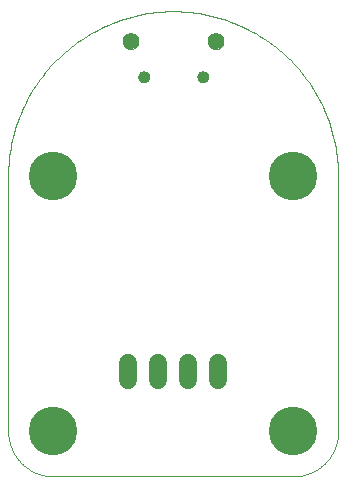
<source format=gbs>
G75*
%MOIN*%
%OFA0B0*%
%FSLAX25Y25*%
%IPPOS*%
%LPD*%
%AMOC8*
5,1,8,0,0,1.08239X$1,22.5*
%
%ADD10C,0.00000*%
%ADD11C,0.05518*%
%ADD12C,0.03943*%
%ADD13C,0.05943*%
%ADD14C,0.16211*%
D10*
X0021800Y0019006D02*
X0101800Y0019006D01*
X0102162Y0019010D01*
X0102525Y0019024D01*
X0102887Y0019045D01*
X0103248Y0019076D01*
X0103608Y0019115D01*
X0103967Y0019163D01*
X0104325Y0019220D01*
X0104682Y0019285D01*
X0105037Y0019359D01*
X0105390Y0019442D01*
X0105741Y0019533D01*
X0106089Y0019632D01*
X0106435Y0019740D01*
X0106779Y0019856D01*
X0107119Y0019981D01*
X0107456Y0020113D01*
X0107790Y0020254D01*
X0108121Y0020403D01*
X0108448Y0020560D01*
X0108771Y0020724D01*
X0109090Y0020896D01*
X0109404Y0021076D01*
X0109715Y0021264D01*
X0110020Y0021459D01*
X0110321Y0021661D01*
X0110617Y0021871D01*
X0110907Y0022087D01*
X0111193Y0022311D01*
X0111473Y0022541D01*
X0111747Y0022778D01*
X0112015Y0023022D01*
X0112278Y0023272D01*
X0112534Y0023528D01*
X0112784Y0023791D01*
X0113028Y0024059D01*
X0113265Y0024333D01*
X0113495Y0024613D01*
X0113719Y0024899D01*
X0113935Y0025189D01*
X0114145Y0025485D01*
X0114347Y0025786D01*
X0114542Y0026091D01*
X0114730Y0026402D01*
X0114910Y0026716D01*
X0115082Y0027035D01*
X0115246Y0027358D01*
X0115403Y0027685D01*
X0115552Y0028016D01*
X0115693Y0028350D01*
X0115825Y0028687D01*
X0115950Y0029027D01*
X0116066Y0029371D01*
X0116174Y0029717D01*
X0116273Y0030065D01*
X0116364Y0030416D01*
X0116447Y0030769D01*
X0116521Y0031124D01*
X0116586Y0031481D01*
X0116643Y0031839D01*
X0116691Y0032198D01*
X0116730Y0032558D01*
X0116761Y0032919D01*
X0116782Y0033281D01*
X0116796Y0033644D01*
X0116800Y0034006D01*
X0116800Y0119006D01*
X0073414Y0164006D02*
X0073416Y0164107D01*
X0073422Y0164208D01*
X0073432Y0164309D01*
X0073446Y0164409D01*
X0073464Y0164508D01*
X0073486Y0164607D01*
X0073511Y0164705D01*
X0073541Y0164802D01*
X0073574Y0164897D01*
X0073611Y0164991D01*
X0073652Y0165084D01*
X0073696Y0165175D01*
X0073744Y0165264D01*
X0073796Y0165351D01*
X0073851Y0165436D01*
X0073909Y0165518D01*
X0073970Y0165599D01*
X0074035Y0165677D01*
X0074102Y0165752D01*
X0074172Y0165824D01*
X0074246Y0165894D01*
X0074322Y0165961D01*
X0074400Y0166025D01*
X0074481Y0166085D01*
X0074564Y0166142D01*
X0074650Y0166196D01*
X0074738Y0166247D01*
X0074827Y0166294D01*
X0074918Y0166338D01*
X0075011Y0166377D01*
X0075106Y0166414D01*
X0075201Y0166446D01*
X0075298Y0166475D01*
X0075397Y0166499D01*
X0075495Y0166520D01*
X0075595Y0166537D01*
X0075695Y0166550D01*
X0075796Y0166559D01*
X0075897Y0166564D01*
X0075998Y0166565D01*
X0076099Y0166562D01*
X0076200Y0166555D01*
X0076301Y0166544D01*
X0076401Y0166529D01*
X0076500Y0166510D01*
X0076599Y0166487D01*
X0076696Y0166461D01*
X0076793Y0166430D01*
X0076888Y0166396D01*
X0076981Y0166358D01*
X0077074Y0166316D01*
X0077164Y0166271D01*
X0077253Y0166222D01*
X0077339Y0166170D01*
X0077423Y0166114D01*
X0077506Y0166055D01*
X0077585Y0165993D01*
X0077663Y0165928D01*
X0077737Y0165860D01*
X0077809Y0165788D01*
X0077878Y0165715D01*
X0077944Y0165638D01*
X0078007Y0165559D01*
X0078067Y0165477D01*
X0078123Y0165393D01*
X0078176Y0165307D01*
X0078226Y0165219D01*
X0078272Y0165129D01*
X0078315Y0165038D01*
X0078354Y0164944D01*
X0078389Y0164849D01*
X0078420Y0164753D01*
X0078448Y0164656D01*
X0078472Y0164558D01*
X0078492Y0164459D01*
X0078508Y0164359D01*
X0078520Y0164258D01*
X0078528Y0164158D01*
X0078532Y0164057D01*
X0078532Y0163955D01*
X0078528Y0163854D01*
X0078520Y0163754D01*
X0078508Y0163653D01*
X0078492Y0163553D01*
X0078472Y0163454D01*
X0078448Y0163356D01*
X0078420Y0163259D01*
X0078389Y0163163D01*
X0078354Y0163068D01*
X0078315Y0162974D01*
X0078272Y0162883D01*
X0078226Y0162793D01*
X0078176Y0162705D01*
X0078123Y0162619D01*
X0078067Y0162535D01*
X0078007Y0162453D01*
X0077944Y0162374D01*
X0077878Y0162297D01*
X0077809Y0162224D01*
X0077737Y0162152D01*
X0077663Y0162084D01*
X0077585Y0162019D01*
X0077506Y0161957D01*
X0077423Y0161898D01*
X0077339Y0161842D01*
X0077252Y0161790D01*
X0077164Y0161741D01*
X0077074Y0161696D01*
X0076981Y0161654D01*
X0076888Y0161616D01*
X0076793Y0161582D01*
X0076696Y0161551D01*
X0076599Y0161525D01*
X0076500Y0161502D01*
X0076401Y0161483D01*
X0076301Y0161468D01*
X0076200Y0161457D01*
X0076099Y0161450D01*
X0075998Y0161447D01*
X0075897Y0161448D01*
X0075796Y0161453D01*
X0075695Y0161462D01*
X0075595Y0161475D01*
X0075495Y0161492D01*
X0075397Y0161513D01*
X0075298Y0161537D01*
X0075201Y0161566D01*
X0075106Y0161598D01*
X0075011Y0161635D01*
X0074918Y0161674D01*
X0074827Y0161718D01*
X0074738Y0161765D01*
X0074650Y0161816D01*
X0074564Y0161870D01*
X0074481Y0161927D01*
X0074400Y0161987D01*
X0074322Y0162051D01*
X0074246Y0162118D01*
X0074172Y0162188D01*
X0074102Y0162260D01*
X0074035Y0162335D01*
X0073970Y0162413D01*
X0073909Y0162494D01*
X0073851Y0162576D01*
X0073796Y0162661D01*
X0073744Y0162748D01*
X0073696Y0162837D01*
X0073652Y0162928D01*
X0073611Y0163021D01*
X0073574Y0163115D01*
X0073541Y0163210D01*
X0073511Y0163307D01*
X0073486Y0163405D01*
X0073464Y0163504D01*
X0073446Y0163603D01*
X0073432Y0163703D01*
X0073422Y0163804D01*
X0073416Y0163905D01*
X0073414Y0164006D01*
X0069871Y0152195D02*
X0069873Y0152279D01*
X0069879Y0152362D01*
X0069889Y0152445D01*
X0069903Y0152528D01*
X0069920Y0152610D01*
X0069942Y0152691D01*
X0069967Y0152770D01*
X0069996Y0152849D01*
X0070029Y0152926D01*
X0070065Y0153001D01*
X0070105Y0153075D01*
X0070148Y0153147D01*
X0070195Y0153216D01*
X0070245Y0153283D01*
X0070298Y0153348D01*
X0070354Y0153410D01*
X0070412Y0153470D01*
X0070474Y0153527D01*
X0070538Y0153580D01*
X0070605Y0153631D01*
X0070674Y0153678D01*
X0070745Y0153723D01*
X0070818Y0153763D01*
X0070893Y0153800D01*
X0070970Y0153834D01*
X0071048Y0153864D01*
X0071127Y0153890D01*
X0071208Y0153913D01*
X0071290Y0153931D01*
X0071372Y0153946D01*
X0071455Y0153957D01*
X0071538Y0153964D01*
X0071622Y0153967D01*
X0071706Y0153966D01*
X0071789Y0153961D01*
X0071873Y0153952D01*
X0071955Y0153939D01*
X0072037Y0153923D01*
X0072118Y0153902D01*
X0072199Y0153878D01*
X0072277Y0153850D01*
X0072355Y0153818D01*
X0072431Y0153782D01*
X0072505Y0153743D01*
X0072577Y0153701D01*
X0072647Y0153655D01*
X0072715Y0153606D01*
X0072780Y0153554D01*
X0072843Y0153499D01*
X0072903Y0153441D01*
X0072961Y0153380D01*
X0073015Y0153316D01*
X0073067Y0153250D01*
X0073115Y0153182D01*
X0073160Y0153111D01*
X0073201Y0153038D01*
X0073240Y0152964D01*
X0073274Y0152888D01*
X0073305Y0152810D01*
X0073332Y0152731D01*
X0073356Y0152650D01*
X0073375Y0152569D01*
X0073391Y0152487D01*
X0073403Y0152404D01*
X0073411Y0152320D01*
X0073415Y0152237D01*
X0073415Y0152153D01*
X0073411Y0152070D01*
X0073403Y0151986D01*
X0073391Y0151903D01*
X0073375Y0151821D01*
X0073356Y0151740D01*
X0073332Y0151659D01*
X0073305Y0151580D01*
X0073274Y0151502D01*
X0073240Y0151426D01*
X0073201Y0151352D01*
X0073160Y0151279D01*
X0073115Y0151208D01*
X0073067Y0151140D01*
X0073015Y0151074D01*
X0072961Y0151010D01*
X0072903Y0150949D01*
X0072843Y0150891D01*
X0072780Y0150836D01*
X0072715Y0150784D01*
X0072647Y0150735D01*
X0072577Y0150689D01*
X0072505Y0150647D01*
X0072431Y0150608D01*
X0072355Y0150572D01*
X0072277Y0150540D01*
X0072199Y0150512D01*
X0072118Y0150488D01*
X0072037Y0150467D01*
X0071955Y0150451D01*
X0071873Y0150438D01*
X0071789Y0150429D01*
X0071706Y0150424D01*
X0071622Y0150423D01*
X0071538Y0150426D01*
X0071455Y0150433D01*
X0071372Y0150444D01*
X0071290Y0150459D01*
X0071208Y0150477D01*
X0071127Y0150500D01*
X0071048Y0150526D01*
X0070970Y0150556D01*
X0070893Y0150590D01*
X0070818Y0150627D01*
X0070745Y0150667D01*
X0070674Y0150712D01*
X0070605Y0150759D01*
X0070538Y0150810D01*
X0070474Y0150863D01*
X0070412Y0150920D01*
X0070354Y0150980D01*
X0070298Y0151042D01*
X0070245Y0151107D01*
X0070195Y0151174D01*
X0070148Y0151243D01*
X0070105Y0151315D01*
X0070065Y0151389D01*
X0070029Y0151464D01*
X0069996Y0151541D01*
X0069967Y0151620D01*
X0069942Y0151699D01*
X0069920Y0151780D01*
X0069903Y0151862D01*
X0069889Y0151945D01*
X0069879Y0152028D01*
X0069873Y0152111D01*
X0069871Y0152195D01*
X0050185Y0152195D02*
X0050187Y0152279D01*
X0050193Y0152362D01*
X0050203Y0152445D01*
X0050217Y0152528D01*
X0050234Y0152610D01*
X0050256Y0152691D01*
X0050281Y0152770D01*
X0050310Y0152849D01*
X0050343Y0152926D01*
X0050379Y0153001D01*
X0050419Y0153075D01*
X0050462Y0153147D01*
X0050509Y0153216D01*
X0050559Y0153283D01*
X0050612Y0153348D01*
X0050668Y0153410D01*
X0050726Y0153470D01*
X0050788Y0153527D01*
X0050852Y0153580D01*
X0050919Y0153631D01*
X0050988Y0153678D01*
X0051059Y0153723D01*
X0051132Y0153763D01*
X0051207Y0153800D01*
X0051284Y0153834D01*
X0051362Y0153864D01*
X0051441Y0153890D01*
X0051522Y0153913D01*
X0051604Y0153931D01*
X0051686Y0153946D01*
X0051769Y0153957D01*
X0051852Y0153964D01*
X0051936Y0153967D01*
X0052020Y0153966D01*
X0052103Y0153961D01*
X0052187Y0153952D01*
X0052269Y0153939D01*
X0052351Y0153923D01*
X0052432Y0153902D01*
X0052513Y0153878D01*
X0052591Y0153850D01*
X0052669Y0153818D01*
X0052745Y0153782D01*
X0052819Y0153743D01*
X0052891Y0153701D01*
X0052961Y0153655D01*
X0053029Y0153606D01*
X0053094Y0153554D01*
X0053157Y0153499D01*
X0053217Y0153441D01*
X0053275Y0153380D01*
X0053329Y0153316D01*
X0053381Y0153250D01*
X0053429Y0153182D01*
X0053474Y0153111D01*
X0053515Y0153038D01*
X0053554Y0152964D01*
X0053588Y0152888D01*
X0053619Y0152810D01*
X0053646Y0152731D01*
X0053670Y0152650D01*
X0053689Y0152569D01*
X0053705Y0152487D01*
X0053717Y0152404D01*
X0053725Y0152320D01*
X0053729Y0152237D01*
X0053729Y0152153D01*
X0053725Y0152070D01*
X0053717Y0151986D01*
X0053705Y0151903D01*
X0053689Y0151821D01*
X0053670Y0151740D01*
X0053646Y0151659D01*
X0053619Y0151580D01*
X0053588Y0151502D01*
X0053554Y0151426D01*
X0053515Y0151352D01*
X0053474Y0151279D01*
X0053429Y0151208D01*
X0053381Y0151140D01*
X0053329Y0151074D01*
X0053275Y0151010D01*
X0053217Y0150949D01*
X0053157Y0150891D01*
X0053094Y0150836D01*
X0053029Y0150784D01*
X0052961Y0150735D01*
X0052891Y0150689D01*
X0052819Y0150647D01*
X0052745Y0150608D01*
X0052669Y0150572D01*
X0052591Y0150540D01*
X0052513Y0150512D01*
X0052432Y0150488D01*
X0052351Y0150467D01*
X0052269Y0150451D01*
X0052187Y0150438D01*
X0052103Y0150429D01*
X0052020Y0150424D01*
X0051936Y0150423D01*
X0051852Y0150426D01*
X0051769Y0150433D01*
X0051686Y0150444D01*
X0051604Y0150459D01*
X0051522Y0150477D01*
X0051441Y0150500D01*
X0051362Y0150526D01*
X0051284Y0150556D01*
X0051207Y0150590D01*
X0051132Y0150627D01*
X0051059Y0150667D01*
X0050988Y0150712D01*
X0050919Y0150759D01*
X0050852Y0150810D01*
X0050788Y0150863D01*
X0050726Y0150920D01*
X0050668Y0150980D01*
X0050612Y0151042D01*
X0050559Y0151107D01*
X0050509Y0151174D01*
X0050462Y0151243D01*
X0050419Y0151315D01*
X0050379Y0151389D01*
X0050343Y0151464D01*
X0050310Y0151541D01*
X0050281Y0151620D01*
X0050256Y0151699D01*
X0050234Y0151780D01*
X0050217Y0151862D01*
X0050203Y0151945D01*
X0050193Y0152028D01*
X0050187Y0152111D01*
X0050185Y0152195D01*
X0045068Y0164006D02*
X0045070Y0164107D01*
X0045076Y0164208D01*
X0045086Y0164309D01*
X0045100Y0164409D01*
X0045118Y0164508D01*
X0045140Y0164607D01*
X0045165Y0164705D01*
X0045195Y0164802D01*
X0045228Y0164897D01*
X0045265Y0164991D01*
X0045306Y0165084D01*
X0045350Y0165175D01*
X0045398Y0165264D01*
X0045450Y0165351D01*
X0045505Y0165436D01*
X0045563Y0165518D01*
X0045624Y0165599D01*
X0045689Y0165677D01*
X0045756Y0165752D01*
X0045826Y0165824D01*
X0045900Y0165894D01*
X0045976Y0165961D01*
X0046054Y0166025D01*
X0046135Y0166085D01*
X0046218Y0166142D01*
X0046304Y0166196D01*
X0046392Y0166247D01*
X0046481Y0166294D01*
X0046572Y0166338D01*
X0046665Y0166377D01*
X0046760Y0166414D01*
X0046855Y0166446D01*
X0046952Y0166475D01*
X0047051Y0166499D01*
X0047149Y0166520D01*
X0047249Y0166537D01*
X0047349Y0166550D01*
X0047450Y0166559D01*
X0047551Y0166564D01*
X0047652Y0166565D01*
X0047753Y0166562D01*
X0047854Y0166555D01*
X0047955Y0166544D01*
X0048055Y0166529D01*
X0048154Y0166510D01*
X0048253Y0166487D01*
X0048350Y0166461D01*
X0048447Y0166430D01*
X0048542Y0166396D01*
X0048635Y0166358D01*
X0048728Y0166316D01*
X0048818Y0166271D01*
X0048907Y0166222D01*
X0048993Y0166170D01*
X0049077Y0166114D01*
X0049160Y0166055D01*
X0049239Y0165993D01*
X0049317Y0165928D01*
X0049391Y0165860D01*
X0049463Y0165788D01*
X0049532Y0165715D01*
X0049598Y0165638D01*
X0049661Y0165559D01*
X0049721Y0165477D01*
X0049777Y0165393D01*
X0049830Y0165307D01*
X0049880Y0165219D01*
X0049926Y0165129D01*
X0049969Y0165038D01*
X0050008Y0164944D01*
X0050043Y0164849D01*
X0050074Y0164753D01*
X0050102Y0164656D01*
X0050126Y0164558D01*
X0050146Y0164459D01*
X0050162Y0164359D01*
X0050174Y0164258D01*
X0050182Y0164158D01*
X0050186Y0164057D01*
X0050186Y0163955D01*
X0050182Y0163854D01*
X0050174Y0163754D01*
X0050162Y0163653D01*
X0050146Y0163553D01*
X0050126Y0163454D01*
X0050102Y0163356D01*
X0050074Y0163259D01*
X0050043Y0163163D01*
X0050008Y0163068D01*
X0049969Y0162974D01*
X0049926Y0162883D01*
X0049880Y0162793D01*
X0049830Y0162705D01*
X0049777Y0162619D01*
X0049721Y0162535D01*
X0049661Y0162453D01*
X0049598Y0162374D01*
X0049532Y0162297D01*
X0049463Y0162224D01*
X0049391Y0162152D01*
X0049317Y0162084D01*
X0049239Y0162019D01*
X0049160Y0161957D01*
X0049077Y0161898D01*
X0048993Y0161842D01*
X0048906Y0161790D01*
X0048818Y0161741D01*
X0048728Y0161696D01*
X0048635Y0161654D01*
X0048542Y0161616D01*
X0048447Y0161582D01*
X0048350Y0161551D01*
X0048253Y0161525D01*
X0048154Y0161502D01*
X0048055Y0161483D01*
X0047955Y0161468D01*
X0047854Y0161457D01*
X0047753Y0161450D01*
X0047652Y0161447D01*
X0047551Y0161448D01*
X0047450Y0161453D01*
X0047349Y0161462D01*
X0047249Y0161475D01*
X0047149Y0161492D01*
X0047051Y0161513D01*
X0046952Y0161537D01*
X0046855Y0161566D01*
X0046760Y0161598D01*
X0046665Y0161635D01*
X0046572Y0161674D01*
X0046481Y0161718D01*
X0046392Y0161765D01*
X0046304Y0161816D01*
X0046218Y0161870D01*
X0046135Y0161927D01*
X0046054Y0161987D01*
X0045976Y0162051D01*
X0045900Y0162118D01*
X0045826Y0162188D01*
X0045756Y0162260D01*
X0045689Y0162335D01*
X0045624Y0162413D01*
X0045563Y0162494D01*
X0045505Y0162576D01*
X0045450Y0162661D01*
X0045398Y0162748D01*
X0045350Y0162837D01*
X0045306Y0162928D01*
X0045265Y0163021D01*
X0045228Y0163115D01*
X0045195Y0163210D01*
X0045165Y0163307D01*
X0045140Y0163405D01*
X0045118Y0163504D01*
X0045100Y0163603D01*
X0045086Y0163703D01*
X0045076Y0163804D01*
X0045070Y0163905D01*
X0045068Y0164006D01*
X0006800Y0119006D02*
X0006816Y0120345D01*
X0006865Y0121684D01*
X0006947Y0123021D01*
X0007061Y0124355D01*
X0007207Y0125687D01*
X0007386Y0127014D01*
X0007597Y0128337D01*
X0007841Y0129654D01*
X0008116Y0130965D01*
X0008423Y0132268D01*
X0008762Y0133564D01*
X0009132Y0134851D01*
X0009533Y0136129D01*
X0009966Y0137397D01*
X0010429Y0138654D01*
X0010923Y0139899D01*
X0011447Y0141132D01*
X0012000Y0142351D01*
X0012584Y0143557D01*
X0013196Y0144748D01*
X0013837Y0145924D01*
X0014507Y0147084D01*
X0015205Y0148227D01*
X0015930Y0149353D01*
X0016683Y0150461D01*
X0017462Y0151551D01*
X0018268Y0152621D01*
X0019099Y0153671D01*
X0019956Y0154700D01*
X0020838Y0155709D01*
X0021743Y0156695D01*
X0022673Y0157659D01*
X0023626Y0158601D01*
X0024601Y0159519D01*
X0025599Y0160412D01*
X0026618Y0161282D01*
X0027658Y0162126D01*
X0028718Y0162944D01*
X0029798Y0163737D01*
X0030896Y0164503D01*
X0032014Y0165242D01*
X0033148Y0165954D01*
X0034300Y0166637D01*
X0035468Y0167293D01*
X0036652Y0167920D01*
X0037850Y0168518D01*
X0039063Y0169086D01*
X0040289Y0169625D01*
X0041528Y0170134D01*
X0042779Y0170612D01*
X0044042Y0171060D01*
X0045314Y0171477D01*
X0046597Y0171863D01*
X0047889Y0172218D01*
X0049189Y0172541D01*
X0050496Y0172832D01*
X0051810Y0173091D01*
X0053130Y0173318D01*
X0054455Y0173513D01*
X0055785Y0173676D01*
X0057118Y0173806D01*
X0058453Y0173904D01*
X0059791Y0173969D01*
X0061130Y0174002D01*
X0062470Y0174002D01*
X0063809Y0173969D01*
X0065147Y0173904D01*
X0066482Y0173806D01*
X0067815Y0173676D01*
X0069145Y0173513D01*
X0070470Y0173318D01*
X0071790Y0173091D01*
X0073104Y0172832D01*
X0074411Y0172541D01*
X0075711Y0172218D01*
X0077003Y0171863D01*
X0078286Y0171477D01*
X0079558Y0171060D01*
X0080821Y0170612D01*
X0082072Y0170134D01*
X0083311Y0169625D01*
X0084537Y0169086D01*
X0085750Y0168518D01*
X0086948Y0167920D01*
X0088132Y0167293D01*
X0089300Y0166637D01*
X0090452Y0165954D01*
X0091586Y0165242D01*
X0092704Y0164503D01*
X0093802Y0163737D01*
X0094882Y0162944D01*
X0095942Y0162126D01*
X0096982Y0161282D01*
X0098001Y0160412D01*
X0098999Y0159519D01*
X0099974Y0158601D01*
X0100927Y0157659D01*
X0101857Y0156695D01*
X0102762Y0155709D01*
X0103644Y0154700D01*
X0104501Y0153671D01*
X0105332Y0152621D01*
X0106138Y0151551D01*
X0106917Y0150461D01*
X0107670Y0149353D01*
X0108395Y0148227D01*
X0109093Y0147084D01*
X0109763Y0145924D01*
X0110404Y0144748D01*
X0111016Y0143557D01*
X0111600Y0142351D01*
X0112153Y0141132D01*
X0112677Y0139899D01*
X0113171Y0138654D01*
X0113634Y0137397D01*
X0114067Y0136129D01*
X0114468Y0134851D01*
X0114838Y0133564D01*
X0115177Y0132268D01*
X0115484Y0130965D01*
X0115759Y0129654D01*
X0116003Y0128337D01*
X0116214Y0127014D01*
X0116393Y0125687D01*
X0116539Y0124355D01*
X0116653Y0123021D01*
X0116735Y0121684D01*
X0116784Y0120345D01*
X0116800Y0119006D01*
X0021800Y0019006D02*
X0021438Y0019010D01*
X0021075Y0019024D01*
X0020713Y0019045D01*
X0020352Y0019076D01*
X0019992Y0019115D01*
X0019633Y0019163D01*
X0019275Y0019220D01*
X0018918Y0019285D01*
X0018563Y0019359D01*
X0018210Y0019442D01*
X0017859Y0019533D01*
X0017511Y0019632D01*
X0017165Y0019740D01*
X0016821Y0019856D01*
X0016481Y0019981D01*
X0016144Y0020113D01*
X0015810Y0020254D01*
X0015479Y0020403D01*
X0015152Y0020560D01*
X0014829Y0020724D01*
X0014510Y0020896D01*
X0014196Y0021076D01*
X0013885Y0021264D01*
X0013580Y0021459D01*
X0013279Y0021661D01*
X0012983Y0021871D01*
X0012693Y0022087D01*
X0012407Y0022311D01*
X0012127Y0022541D01*
X0011853Y0022778D01*
X0011585Y0023022D01*
X0011322Y0023272D01*
X0011066Y0023528D01*
X0010816Y0023791D01*
X0010572Y0024059D01*
X0010335Y0024333D01*
X0010105Y0024613D01*
X0009881Y0024899D01*
X0009665Y0025189D01*
X0009455Y0025485D01*
X0009253Y0025786D01*
X0009058Y0026091D01*
X0008870Y0026402D01*
X0008690Y0026716D01*
X0008518Y0027035D01*
X0008354Y0027358D01*
X0008197Y0027685D01*
X0008048Y0028016D01*
X0007907Y0028350D01*
X0007775Y0028687D01*
X0007650Y0029027D01*
X0007534Y0029371D01*
X0007426Y0029717D01*
X0007327Y0030065D01*
X0007236Y0030416D01*
X0007153Y0030769D01*
X0007079Y0031124D01*
X0007014Y0031481D01*
X0006957Y0031839D01*
X0006909Y0032198D01*
X0006870Y0032558D01*
X0006839Y0032919D01*
X0006818Y0033281D01*
X0006804Y0033644D01*
X0006800Y0034006D01*
X0006800Y0119006D01*
D11*
X0047627Y0164006D03*
X0075973Y0164006D03*
D12*
X0071643Y0152195D03*
X0051957Y0152195D03*
D13*
X0056800Y0056778D02*
X0056800Y0051234D01*
X0046800Y0051234D02*
X0046800Y0056778D01*
X0066800Y0056778D02*
X0066800Y0051234D01*
X0076800Y0051234D02*
X0076800Y0056778D01*
D14*
X0101800Y0034006D03*
X0101800Y0119006D03*
X0021800Y0119006D03*
X0021800Y0034006D03*
M02*

</source>
